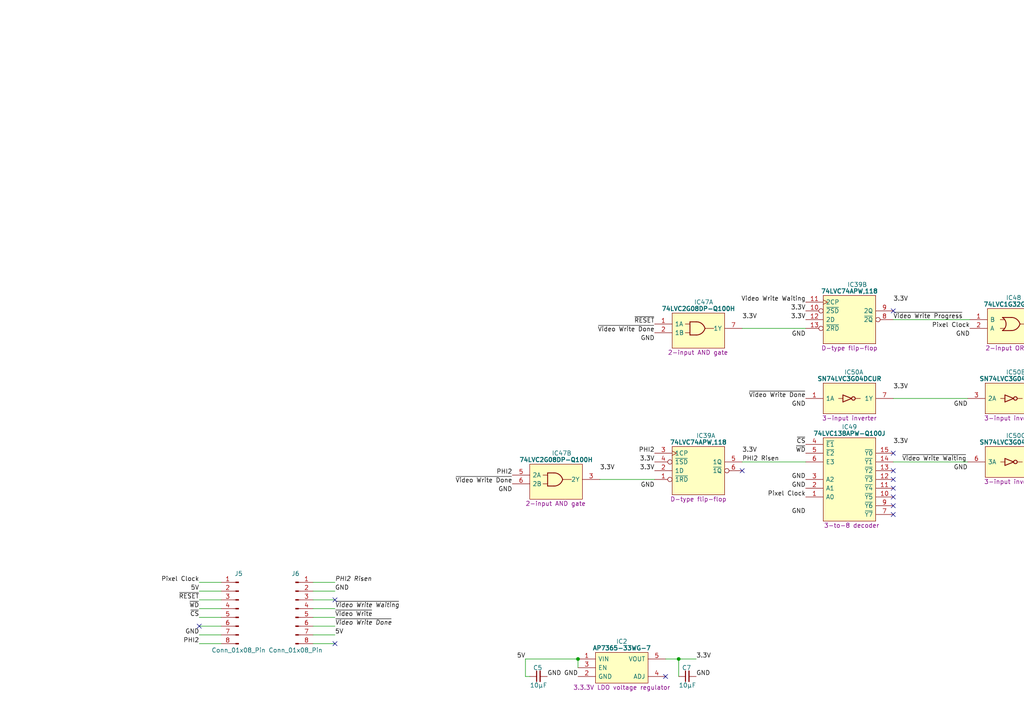
<source format=kicad_sch>
(kicad_sch (version 20230121) (generator eeschema)
  (paper "A4")
  (lib_symbols
    (symbol "Connector:Conn_01x08_Pin" (pin_names (offset 1.016) hide)
      (property "Reference" "J" (at 0 10.16 0))
      (property "Value" "Conn_01x08_Pin" (at 0 -12.7 0))
      (symbol "Conn_01x08_Pin_1_1"
        (polyline (pts (xy 1.27 -10.16) (xy 0.8636 -10.16)) (stroke (width 0.1524)))
        (polyline (pts (xy 1.27 -7.62) (xy 0.8636 -7.62)) (stroke (width 0.1524)))
        (polyline (pts (xy 1.27 -5.08) (xy 0.8636 -5.08)) (stroke (width 0.1524)))
        (polyline (pts (xy 1.27 -2.54) (xy 0.8636 -2.54)) (stroke (width 0.1524)))
        (polyline (pts (xy 1.27 0) (xy 0.8636 0)) (stroke (width 0.1524)))
        (polyline (pts (xy 1.27 2.54) (xy 0.8636 2.54)) (stroke (width 0.1524)))
        (polyline (pts (xy 1.27 5.08) (xy 0.8636 5.08)) (stroke (width 0.1524)))
        (polyline (pts (xy 1.27 7.62) (xy 0.8636 7.62)) (stroke (width 0.1524)))
        (rectangle (start 0.8636 -10.033) (end 0 -10.287) (stroke (width 0.1524)) (fill (type outline)))
        (rectangle (start 0.8636 -7.493) (end 0 -7.747) (stroke (width 0.1524)) (fill (type outline)))
        (rectangle (start 0.8636 -4.953) (end 0 -5.207) (stroke (width 0.1524)) (fill (type outline)))
        (rectangle (start 0.8636 -2.413) (end 0 -2.667) (stroke (width 0.1524)) (fill (type outline)))
        (rectangle (start 0.8636 0.127) (end 0 -0.127) (stroke (width 0.1524)) (fill (type outline)))
        (rectangle (start 0.8636 2.667) (end 0 2.413) (stroke (width 0.1524)) (fill (type outline)))
        (rectangle (start 0.8636 5.207) (end 0 4.953) (stroke (width 0.1524)) (fill (type outline)))
        (rectangle (start 0.8636 7.747) (end 0 7.493) (stroke (width 0.1524)) (fill (type outline)))
        (pin passive line (at 5.08 7.62 180) (length 3.81) (name "Pin_1") (number "1"))
        (pin passive line (at 5.08 5.08 180) (length 3.81) (name "Pin_2") (number "2"))
        (pin passive line (at 5.08 2.54 180) (length 3.81) (name "Pin_3") (number "3"))
        (pin passive line (at 5.08 0 180) (length 3.81) (name "Pin_4") (number "4"))
        (pin passive line (at 5.08 -2.54 180) (length 3.81) (name "Pin_5") (number "5"))
        (pin passive line (at 5.08 -5.08 180) (length 3.81) (name "Pin_6") (number "6"))
        (pin passive line (at 5.08 -7.62 180) (length 3.81) (name "Pin_7") (number "7"))
        (pin passive line (at 5.08 -10.16 180) (length 3.81) (name "Pin_8") (number "8"))
      )
    )
    (symbol "Diodes_Inc:AP7365-33WG-7" (pin_names (offset 0.762))
      (property "Reference" "IC" (at 12.7 5.08 0))
      (property "Value" "AP7365-33WG-7" (at 12.7 3.175 0))
      (property "Description" "3.3V LDO voltage regulator" (at 12.7 -8.255 0))
      (symbol "AP7365-33WG-7_0_0"
        (pin passive line (at 0 0 0) (length 5.08) (name "VIN") (number "1"))
        (pin passive line (at 0 -5.08 0) (length 5.08) (name "GND") (number "2"))
        (pin input line (at 0 -2.54 0) (length 5.08) (name "EN") (number "3"))
        (pin passive line (at 25.4 -5.08 180) (length 5.08) (name "ADJ") (number "4"))
        (pin passive line (at 25.4 0 180) (length 5.08) (name "VOUT") (number "5"))
      )
      (symbol "AP7365-33WG-7_0_1"
        (polyline (pts (xy 5.08 1.905) (xy 20.32 1.905) (xy 20.32 -6.985) (xy 5.08 -6.985) (xy 5.08 1.905)) (fill (type background)))
      )
    )
    (symbol "HCP65:C_0805" (pin_numbers hide) (pin_names (offset 0.254) hide)
      (property "Reference" "C" (at 2.286 2.54 0))
      (property "Description" "?μF" (at 2.54 -2.54 0))
      (symbol "C_0805_0_1"
        (polyline (pts (xy 1.9685 -1.4605) (xy 1.9685 1.5875)) (stroke (width 0.3048)))
        (polyline (pts (xy 2.9845 -1.4605) (xy 2.9845 1.5875)) (stroke (width 0.3302)))
      )
      (symbol "C_0805_1_1"
        (pin passive line (at 0 0 0) (length 2.032) (name "~") (number "1"))
        (pin passive line (at 5.08 0 180) (length 2.032) (name "~") (number "2"))
      )
    )
    (symbol "Nexperia:74LVC138APW-Q100J" (pin_names (offset 0.762))
      (property "Reference" "IC" (at 12.7 3.175 0))
      (property "Value" "74LVC138APW-Q100J" (at 12.7 1.27 0))
      (property "Description" "3-to-8 decoder" (at 13.335 -25.4 0))
      (symbol "74LVC138APW-Q100J_0_0"
        (pin input line (at 0 -17.145 0) (length 5.08) (name "A0") (number "1"))
        (pin output line (at 25.4 -17.145 180) (length 5.08) (name "~{Y5}") (number "10"))
        (pin output line (at 25.4 -14.605 180) (length 5.08) (name "~{Y4}") (number "11"))
        (pin output line (at 25.4 -12.065 180) (length 5.08) (name "~{Y3}") (number "12"))
        (pin output line (at 25.4 -9.525 180) (length 5.08) (name "~{Y2}") (number "13"))
        (pin output line (at 25.4 -6.985 180) (length 5.08) (name "~{Y1}") (number "14"))
        (pin output line (at 25.4 -4.445 180) (length 5.08) (name "~{Y0}") (number "15"))
        (pin passive line (at 25.4 -1.905 180) (length 5.08) hide (name "3V") (number "16"))
        (pin input line (at 0 -14.605 0) (length 5.08) (name "A1") (number "2"))
        (pin input line (at 0 -12.065 0) (length 5.08) (name "A2") (number "3"))
        (pin input line (at 0 -1.905 0) (length 5.08) (name "~{E1}") (number "4"))
        (pin input line (at 0 -4.445 0) (length 5.08) (name "~{E2}") (number "5"))
        (pin input line (at 0 -6.985 0) (length 5.08) (name "E3") (number "6"))
        (pin output line (at 25.4 -22.225 180) (length 5.08) (name "~{Y7}") (number "7"))
        (pin passive line (at 0 -22.225 0) (length 5.08) hide (name "GND") (number "8"))
        (pin output line (at 25.4 -19.685 180) (length 5.08) (name "~{Y6}") (number "9"))
      )
      (symbol "74LVC138APW-Q100J_0_1"
        (polyline (pts (xy 5.08 0) (xy 20.32 0) (xy 20.32 -24.13) (xy 5.08 -24.13) (xy 5.08 0)) (stroke (width 0.1524)) (fill (type background)))
      )
    )
    (symbol "Nexperia:74LVC1G32GV,125" (pin_names (offset 0.762))
      (property "Reference" "IC" (at 12.7 6.35 0))
      (property "Value" "74LVC1G32GV,125" (at 12.7 4.445 0))
      (property "Description" "2-input OR gate" (at 12.7 -8.255 0))
      (symbol "74LVC1G32GV,125_0_0"
        (pin input line (at 0 0 0) (length 5.08) (name "B") (number "1"))
        (pin input line (at 0 -2.54 0) (length 5.08) (name "A") (number "2"))
        (pin passive line (at 0 -5.08 0) (length 5.08) hide (name "GND") (number "3"))
        (pin output line (at 25.4 -1.27 180) (length 5.08) (name "Y") (number "4"))
        (pin passive line (at 25.4 1.27 180) (length 5.08) hide (name "3V") (number "5"))
      )
      (symbol "74LVC1G32GV,125_0_1"
        (polyline (pts (xy 8.802 -2.54) (xy 10.0719 -2.54)))
        (polyline (pts (xy 8.802 0) (xy 10.0719 0)))
        (polyline (pts (xy 11.977 -3.175) (xy 9.437 -3.175)) (stroke (width 0.254)) (fill (type background)))
        (polyline (pts (xy 11.977 0.635) (xy 9.437 0.635)) (stroke (width 0.254)) (fill (type background)))
        (polyline (pts (xy 14.605 -1.27) (xy 16.51 -1.27)))
        (polyline (pts (xy 5.08 3.175) (xy 20.32 3.175) (xy 20.32 -6.985) (xy 5.08 -6.985) (xy 5.08 3.175)) (stroke (width 0.1524)) (fill (type background)))
        (arc (start 9.437 -3.175) (mid 10.4969 -1.27) (end 9.437 0.635) (stroke (width 0.254)))
        (arc (start 11.977 -3.175) (mid 13.5751 -2.6601) (end 14.517 -1.27) (stroke (width 0.254)))
        (arc (start 14.517 -1.27) (mid 13.5761 0.1213) (end 11.977 0.635) (stroke (width 0.254)))
      )
    )
    (symbol "Nexperia:74LVC2G08DP-Q100H_Multi" (pin_names (offset 0.762))
      (property "Reference" "IC" (at 11.43 6.35 0))
      (property "Value" "74LVC2G08DP-Q100H" (at 12.7 4.445 0))
      (property "Description" "2-input AND gate" (at 3.81 -8.255 0))
      (symbol "74LVC2G08DP-Q100H_Multi_0_0"
        (pin passive line (at 0 -5.08 0) (length 5.08) hide (name "GND") (number "4"))
        (pin passive line (at 25.4 1.27 180) (length 5.08) hide (name "3V") (number "8"))
      )
      (symbol "74LVC2G08DP-Q100H_Multi_0_1"
        (polyline (pts (xy 8.89 -2.54) (xy 10.1599 -2.54)))
        (polyline (pts (xy 8.89 0) (xy 10.1599 0)))
        (polyline (pts (xy 10.248 0.635) (xy 10.248 -3.175)) (stroke (width 0.254)) (fill (type background)))
        (polyline (pts (xy 12.065 -3.175) (xy 10.248 -3.175)) (stroke (width 0.254)) (fill (type background)))
        (polyline (pts (xy 12.065 0.635) (xy 10.248 0.635)) (stroke (width 0.254)) (fill (type background)))
        (polyline (pts (xy 14.605 -1.27) (xy 17.145 -1.27)))
        (polyline (pts (xy 5.08 3.175) (xy 20.32 3.175) (xy 20.32 -6.985) (xy 5.08 -6.985) (xy 5.08 3.175)) (stroke (width 0.1524)) (fill (type background)))
        (arc (start 12.065 -3.175) (mid 13.6634 -2.6604) (end 14.605 -1.27) (stroke (width 0.254)))
        (arc (start 14.605 -1.27) (mid 13.6646 0.122) (end 12.065 0.635) (stroke (width 0.254)))
      )
      (symbol "74LVC2G08DP-Q100H_Multi_1_0"
        (pin input line (at 0 0 0) (length 5.08) (name "1A") (number "1"))
        (pin input line (at 0 -2.54 0) (length 5.08) (name "1B") (number "2"))
        (pin output line (at 25.4 -1.27 180) (length 5.08) (name "1Y") (number "7"))
      )
      (symbol "74LVC2G08DP-Q100H_Multi_2_0"
        (pin output line (at 25.4 -1.27 180) (length 5.08) (name "2Y") (number "3"))
        (pin input line (at 0 0 0) (length 5.08) (name "2A") (number "5"))
        (pin input line (at 0 -2.54 0) (length 5.08) (name "2B") (number "6"))
      )
    )
    (symbol "Nexperia:74LVC74APW,118_Multi" (pin_names (offset 0.762))
      (property "Reference" "IC" (at 12.065 5.08 0))
      (property "Value" "74LVC74APW,118" (at 12.7 3.175 0))
      (property "Description" "D-type flip-flop" (at 12.7 -13.335 0))
      (symbol "74LVC74APW,118_Multi_0_0"
        (pin passive line (at 25.4 0 180) (length 5.08) hide (name "3V") (number "14"))
        (pin passive line (at 0 -10.16 0) (length 5.08) hide (name "GND") (number "7"))
      )
      (symbol "74LVC74APW,118_Multi_0_1"
        (polyline (pts (xy 5.08 1.905) (xy 20.32 1.905) (xy 20.32 -12.065) (xy 5.08 -12.065) (xy 5.08 1.905)) (stroke (width 0.1524)) (fill (type background)))
      )
      (symbol "74LVC74APW,118_Multi_1_0"
        (pin input inverted (at 0 -7.62 0) (length 5.08) (name "~{1RD}") (number "1"))
        (pin input line (at 0 -5.08 0) (length 5.08) (name "1D") (number "2"))
        (pin input clock (at 0 0 0) (length 5.08) (name "1CP") (number "3"))
        (pin input inverted (at 0 -2.54 0) (length 5.08) (name "~{1SD}") (number "4"))
        (pin output line (at 25.4 -2.54 180) (length 5.08) (name "1Q") (number "5"))
        (pin output inverted (at 25.4 -5.08 180) (length 5.08) (name "~{1Q}") (number "6"))
      )
      (symbol "74LVC74APW,118_Multi_2_0"
        (pin input inverted (at 0 -2.54 0) (length 5.08) (name "~{2SD}") (number "10"))
        (pin input clock (at 0 0 0) (length 5.08) (name "2CP") (number "11"))
        (pin input line (at 0 -5.08 0) (length 5.08) (name "2D") (number "12"))
        (pin input inverted (at 0 -7.62 0) (length 5.08) (name "~{2RD}") (number "13"))
        (pin output inverted (at 25.4 -5.08 180) (length 5.08) (name "~{2Q}") (number "8"))
        (pin output line (at 25.4 -2.54 180) (length 5.08) (name "2Q") (number "9"))
      )
    )
    (symbol "Texas_Instruments:SN74LVC3G04DCUR_Multi" (pin_names (offset 0.762))
      (property "Reference" "IC" (at 13.97 7.62 0))
      (property "Value" "SN74LVC3G04DCUR" (at 12.7 5.715 0))
      (property "Description" "3-input inverter" (at 12.7 -5.715 0))
      (symbol "SN74LVC3G04DCUR_Multi_0_0"
        (pin passive line (at 0 -2.54 0) (length 5.08) hide (name "GND") (number "4"))
        (pin passive line (at 25.4 2.54 180) (length 5.08) hide (name "3V") (number "8"))
      )
      (symbol "SN74LVC3G04DCUR_Multi_0_1"
        (polyline (pts (xy 9.525 0) (xy 10.7949 0)))
        (polyline (pts (xy 14.351 0) (xy 15.875 0)))
        (polyline (pts (xy 10.795 -1.016) (xy 13.335 0) (xy 10.795 1.016)) (stroke (width 0.254)))
        (polyline (pts (xy 5.08 4.445) (xy 20.32 4.445) (xy 20.32 -4.445) (xy 5.08 -4.445) (xy 5.08 4.445)) (stroke (width 0.1524)) (fill (type background)))
        (rectangle (start 10.795 1.016) (end 10.795 -1.016) (stroke (width 0.254)) (fill (type background)))
        (circle (center 13.843 0) (radius 0.508) (stroke (width 0.254)))
      )
      (symbol "SN74LVC3G04DCUR_Multi_1_0"
        (pin input line (at 0 0 0) (length 5.08) (name "1A") (number "1"))
        (pin input line (at 25.4 0 180) (length 5.08) (name "1Y") (number "7"))
      )
      (symbol "SN74LVC3G04DCUR_Multi_2_0"
        (pin input line (at 0 0 0) (length 5.08) (name "2A") (number "3"))
        (pin output line (at 25.4 0 180) (length 5.08) (name "2Y") (number "5"))
      )
      (symbol "SN74LVC3G04DCUR_Multi_3_0"
        (pin output line (at 25.4 0 180) (length 5.08) (name "3Y") (number "2"))
        (pin input line (at 0 0 0) (length 5.08) (name "3A") (number "6"))
      )
    )
  )
  (junction (at 196.85 191.135))
  (junction (at 167.64 191.135))
  (no_connect (at 259.08 139.065))
  (no_connect (at 259.08 144.145))
  (no_connect (at 215.265 136.525))
  (no_connect (at 259.08 141.605))
  (no_connect (at 259.08 90.17))
  (no_connect (at 348.615 96.52))
  (no_connect (at 193.04 196.215))
  (no_connect (at 57.785 181.61))
  (no_connect (at 259.08 149.225))
  (no_connect (at 352.425 189.865))
  (no_connect (at 259.08 131.445))
  (no_connect (at 352.425 192.405))
  (no_connect (at 259.08 136.525))
  (no_connect (at 259.08 146.685))
  (no_connect (at 97.155 173.99))
  (no_connect (at 97.155 186.69))
  (wire (pts (xy 152.4 191.135) (xy 167.64 191.135)))
  (wire (pts (xy 215.265 95.25) (xy 233.68 95.25)))
  (wire (pts (xy 306.705 93.98) (xy 323.215 93.98)))
  (wire (pts (xy 152.4 196.215) (xy 153.67 196.215)))
  (wire (pts (xy 57.785 181.61) (xy 64.135 181.61)))
  (wire (pts (xy 90.805 181.61) (xy 97.155 181.61)))
  (wire (pts (xy 259.08 133.985) (xy 280.67 133.985)))
  (wire (pts (xy 196.85 191.135) (xy 201.93 191.135)))
  (wire (pts (xy 323.215 101.6) (xy 313.69 101.6)))
  (wire (pts (xy 280.67 115.57) (xy 259.08 115.57)))
  (wire (pts (xy 173.99 139.065) (xy 189.865 139.065)))
  (wire (pts (xy 215.265 133.985) (xy 233.68 133.985)))
  (wire (pts (xy 313.69 101.6) (xy 313.69 115.57)))
  (wire (pts (xy 152.4 191.135) (xy 152.4 196.215)))
  (wire (pts (xy 193.04 191.135) (xy 196.85 191.135)))
  (wire (pts (xy 57.785 168.91) (xy 64.135 168.91)))
  (wire (pts (xy 57.785 171.45) (xy 64.135 171.45)))
  (wire (pts (xy 167.64 191.135) (xy 167.64 193.675)))
  (wire (pts (xy 90.805 186.69) (xy 97.155 186.69)))
  (wire (pts (xy 57.785 186.69) (xy 64.135 186.69)))
  (wire (pts (xy 57.785 179.07) (xy 64.135 179.07)))
  (wire (pts (xy 57.785 173.99) (xy 64.135 173.99)))
  (wire (pts (xy 90.805 171.45) (xy 97.155 171.45)))
  (wire (pts (xy 57.785 176.53) (xy 64.135 176.53)))
  (wire (pts (xy 90.805 179.07) (xy 97.155 179.07)))
  (wire (pts (xy 90.805 176.53) (xy 97.155 176.53)))
  (wire (pts (xy 90.805 168.91) (xy 97.155 168.91)))
  (wire (pts (xy 90.805 173.99) (xy 97.155 173.99)))
  (wire (pts (xy 90.805 184.15) (xy 97.155 184.15)))
  (wire (pts (xy 259.08 92.71) (xy 281.305 92.71)))
  (wire (pts (xy 196.85 196.215) (xy 196.85 191.135)))
  (wire (pts (xy 57.785 184.15) (xy 64.135 184.15)))
  (wire (pts (xy 313.69 115.57) (xy 306.07 115.57)))
  (label "~{Video Write Done}" (at 148.59 140.335 180))
  (label "Pixel Clock" (at 281.305 95.25 180))
  (label "GND" (at 233.68 139.065 180))
  (label "3.3V" (at 268.605 220.345 180))
  (label "GND" (at 148.59 142.875 180))
  (label "3.3V" (at 215.265 131.445 0))
  (label "~{WD}" (at 57.785 176.53 180))
  (label "5V" (at 97.155 184.15 0))
  (label "PHI2 Risen" (at 215.265 133.985 0))
  (label "~{WD}" (at 233.68 131.445 180))
  (label "GND" (at 281.305 97.79 180))
  (label "GND" (at 233.68 118.11 180))
  (label "3.3V" (at 252.73 229.235 180))
  (label "GND" (at 327.025 197.485 180))
  (label "3.3V" (at 189.865 133.985 180))
  (label "5V" (at 57.785 171.45 180))
  (label "GND" (at 273.685 220.345 0))
  (label "~{RESET}" (at 57.785 173.99 180))
  (label "3.3V" (at 306.07 131.445 0))
  (label "GND" (at 257.81 220.345 0))
  (label "3.3V" (at 201.93 191.135 0))
  (label "3.3V" (at 284.48 220.345 180))
  (label "3.3V" (at 284.48 229.235 180))
  (label "3.3V" (at 348.615 93.98 0))
  (label "GND" (at 167.64 196.215 180))
  (label "Video Write Waiting" (at 306.07 133.985 0))
  (label "~{Video Write}" (at 306.705 93.98 0))
  (label "3.3V" (at 189.865 136.525 180))
  (label "~{CS}" (at 57.785 179.07 180))
  (label "GND" (at 201.93 196.215 0))
  (label "~{Video Write Waiting}" (at 97.155 176.53 0) (effects (font italic)))
  (label "GND" (at 97.155 171.45 0))
  (label "3.3V" (at 268.605 229.235 180))
  (label "3.3V" (at 215.265 92.71 0))
  (label "PHI2" (at 189.865 131.445 180))
  (label "3.3V" (at 173.99 136.525 0))
  (label "~{Video Write}" (at 97.155 179.07 0))
  (label "3.3V" (at 306.705 91.44 0))
  (label "~{Video Write Done}" (at 348.615 99.06 0))
  (label "GND" (at 289.56 220.345 0))
  (label "3.3V" (at 259.08 128.905 0))
  (label "~{Video Write Waiting}" (at 261.62 133.985 0))
  (label "3.3V" (at 327.025 189.865 180))
  (label "GND" (at 189.865 141.605 180))
  (label "3.3V" (at 259.08 87.63 0))
  (label "Pixel Clock" (at 233.68 144.145 180))
  (label "3.3V" (at 233.68 92.71 180))
  (label "GND" (at 327.025 187.325 180))
  (label "GND" (at 257.81 229.235 0))
  (label "GND" (at 327.025 192.405 180))
  (label "GND" (at 233.68 141.605 180))
  (label "3.3V" (at 352.425 187.325 0))
  (label "3.3V" (at 323.215 96.52 180))
  (label "GND" (at 233.68 97.79 180))
  (label "GND" (at 57.785 184.15 180))
  (label "~{Video Write Progress}" (at 259.08 92.71 0))
  (label "5V" (at 152.4 191.135 180))
  (label "GND" (at 158.75 196.215 0))
  (label "PHI2 Risen" (at 97.155 168.91 0) (effects (font italic)))
  (label "3.3V" (at 259.08 113.03 0))
  (label "Video Write Waiting" (at 233.68 87.63 180))
  (label "3.3V" (at 252.73 220.345 180))
  (label "GND" (at 280.67 136.525 180))
  (label "3.3V" (at 323.215 99.06 180))
  (label "~{Video Write Done}" (at 233.68 115.57 180))
  (label "GND" (at 323.215 104.14 180))
  (label "3.3V" (at 306.07 113.03 0))
  (label "Pixel Clock" (at 57.785 168.91 180))
  (label "~{Video Write Done}" (at 189.865 96.52 180))
  (label "GND" (at 189.865 99.06 180))
  (label "3.3V" (at 233.68 90.17 180))
  (label "~{CS}" (at 233.68 128.905 180))
  (label "GND" (at 327.025 194.945 180))
  (label "GND" (at 233.68 149.225 180))
  (label "GND" (at 273.685 229.235 0))
  (label "~{Video Write Done}" (at 97.155 181.61 0) (effects (font italic)))
  (label "GND" (at 280.67 118.11 180))
  (label "~{RESET}" (at 189.865 93.98 180))
  (label "GND" (at 289.56 229.235 0))
  (label "PHI2" (at 148.59 137.795 180))
  (label "PHI2" (at 57.785 186.69 180))
  (symbol (lib_id "Nexperia:74LVC1G32GV,125") (at 281.305 92.71 0) (unit 1)
    (property "Reference" "IC48" (at 294.005 86.36 0))
    (property "Value" "74LVC1G32GV,125" (at 294.005 88.265 0) (effects (font bold)))
    (property "Footprint" "SOT95P275X110-5N" (effects hide))
    (property "Datasheet" "https://assets.nexperia.com/documents/data-sheet/74LVC1G32.pdf" (effects hide))
    (property "Description" "2-input OR gate" (at 294.005 100.965 0))
    (property "Height" "1.1" (effects hide))
    (property "Manufacturer_Name" "Nexperia" (effects hide))
    (property "Manufacturer_Part_Number" "74LVC1G32GV,125" (effects hide))
    (property "Mouser Part Number" "771-LVC1G32GV125" (effects hide))
    (property "Mouser Price/Stock" "https://www.mouser.co.uk/ProductDetail/Nexperia/74LVC1G32GV125?qs=me8TqzrmIYXExQH4V9SARg%3D%3D" (effects hide))
    (property "Silkscreen" "'1G32" (effects hide))
  )
  (symbol (lib_id "Nexperia:74LVC2G08DP-Q100H_Multi") (at 148.59 137.795 0) (unit 2)
    (property "Reference" "IC47" (at 160.02 131.445 0) (effects (justify left)))
    (property "Value" "74LVC2G08DP-Q100H" (at 161.29 133.35 0) (effects (font bold)))
    (property "Footprint" "SOP65P400X110-8N" (effects hide))
    (property "Datasheet" "https://assets.nexperia.com/documents/data-sheet/74LVC2G08_Q100.pdf" (effects hide))
    (property "Description" "2-input AND gate" (at 152.4 146.05 0) (effects (justify left)))
    (property "Height" "1.1" (effects hide))
    (property "Manufacturer_Name" "Nexperia" (effects hide))
    (property "Manufacturer_Part_Number" "74LVC2G08DP-Q100H" (effects hide))
    (property "Mouser Part Number" "771-74LVC2G08DPQ100H" (effects hide))
    (property "Mouser Price/Stock" "https://www.mouser.co.uk/ProductDetail/Nexperia/74LVC2G08DP-Q100H?qs=fi7yB2oewZnJ07IC2YGuEQ%3D%3D" (effects hide))
    (property "Silkscreen" "'2G08" (effects hide))
  )
  (symbol (lib_id "HCP65:C_0805") (at 268.605 229.235 0) (unit 1)
    (property "Reference" "C23" (at 270.891 226.695 0))
    (property "Value" "1μF" (at 271.145 231.775 0))
    (property "Footprint" "SamacSys_Parts:C_0805" (effects hide))
    (instances (project "Pico Sound" (path "" (reference "C23") (unit 1))) (project "Video 400x600 single" (path "" (reference "C?") (unit 1)) (path "" (reference "C3") (unit 1)) (path "" (reference "C27") (unit 1))))
  )
  (symbol (lib_id "Nexperia:74LVC74APW,118_Multi") (at 233.68 87.63 0) (unit 2)
    (property "Reference" "IC39" (at 245.745 82.55 0) (effects (justify left)))
    (property "Value" "74LVC74APW,118" (at 246.38 84.455 0) (effects (font bold)))
    (property "Footprint" "SOP65P640X110-14N" (effects hide))
    (property "Datasheet" "https://assets.nexperia.com/documents/data-sheet/74LVC74A.pdf" (effects hide))
    (property "Description" "D-type flip-flop" (at 246.38 100.965 0))
    (property "Height" "1.1" (effects hide))
    (property "Mouser Part Number" "771-74LVC74APW-T" (effects hide))
    (property "Mouser Price/Stock" "https://www.mouser.co.uk/ProductDetail/Nexperia/74LVC74APW118?qs=me8TqzrmIYVtXwVfet0lzw%3D%3D" (effects hide))
    (property "Manufacturer_Name" "Nexperia" (effects hide))
    (property "Manufacturer_Part_Number" "74LVC74APW,118" (effects hide))
    (property "Silkscreen" "74LVC74APW" (effects hide))
  )
  (symbol (lib_id "Texas_Instruments:SN74LVC3G04DCUR_Multi") (at 233.68 115.57 0) (unit 1)
    (property "Reference" "IC50" (at 247.65 107.95 0))
    (property "Value" "SN74LVC3G04DCUR" (at 246.38 109.855 0) (effects (font bold)))
    (property "Footprint" "SOP50P310X90-8N" (effects hide))
    (property "Datasheet" "http://www.ti.com/lit/gpn/sn74lvc3g04" (effects hide))
    (property "Description" "3-input inverter" (at 246.38 121.285 0))
    (property "Height" "0.9" (effects hide))
    (property "Manufacturer_Name" "Texas Instruments" (effects hide))
    (property "Manufacturer_Part_Number" "SN74LVC3G04DCUR" (effects hide))
    (property "Mouser Part Number" "595-SN74LVC3G04DCUR" (effects hide))
    (property "Mouser Price/Stock" "https://www.mouser.co.uk/ProductDetail/Texas-Instruments/SN74LVC3G04DCUR?qs=vxEfx8VrU7ChLh1GswJlmg%3D%3D" (effects hide))
    (property "Silkscreen" "'3G04" (effects hide))
  )
  (symbol (lib_id "Nexperia:74LVC74APW,118_Multi") (at 323.215 93.98 0) (unit 1)
    (property "Reference" "IC43" (at 335.28 88.9 0) (effects (justify left)))
    (property "Value" "74LVC74APW,118" (at 335.915 90.805 0) (effects (font bold)))
    (property "Footprint" "SOP65P640X110-14N" (effects hide))
    (property "Datasheet" "https://assets.nexperia.com/documents/data-sheet/74LVC74A.pdf" (effects hide))
    (property "Description" "D-type flip-flop" (at 335.915 107.315 0))
    (property "Height" "1.1" (effects hide))
    (property "Mouser Part Number" "771-74LVC74APW-T" (effects hide))
    (property "Mouser Price/Stock" "https://www.mouser.co.uk/ProductDetail/Nexperia/74LVC74APW118?qs=me8TqzrmIYVtXwVfet0lzw%3D%3D" (effects hide))
    (property "Manufacturer_Name" "Nexperia" (effects hide))
    (property "Manufacturer_Part_Number" "74LVC74APW,118" (effects hide))
    (property "Silkscreen" "74LVC74APW" (effects hide))
  )
  (symbol (lib_id "Nexperia:74LVC2G08DP-Q100H_Multi") (at 189.865 93.98 0) (unit 1)
    (property "Reference" "IC47" (at 201.295 87.63 0) (effects (justify left)))
    (property "Value" "74LVC2G08DP-Q100H" (at 202.565 89.535 0) (effects (font bold)))
    (property "Footprint" "SOP65P400X110-8N" (effects hide))
    (property "Datasheet" "https://assets.nexperia.com/documents/data-sheet/74LVC2G08_Q100.pdf" (effects hide))
    (property "Description" "2-input AND gate" (at 193.675 102.235 0) (effects (justify left)))
    (property "Height" "1.1" (effects hide))
    (property "Manufacturer_Name" "Nexperia" (effects hide))
    (property "Manufacturer_Part_Number" "74LVC2G08DP-Q100H" (effects hide))
    (property "Mouser Part Number" "771-74LVC2G08DPQ100H" (effects hide))
    (property "Mouser Price/Stock" "https://www.mouser.co.uk/ProductDetail/Nexperia/74LVC2G08DP-Q100H?qs=fi7yB2oewZnJ07IC2YGuEQ%3D%3D" (effects hide))
    (property "Silkscreen" "'2G08" (effects hide))
  )
  (symbol (lib_id "HCP65:C_0805") (at 252.73 229.235 0) (unit 1)
    (property "Reference" "C23" (at 255.016 226.695 0))
    (property "Value" "1μF" (at 255.27 231.775 0))
    (property "Footprint" "SamacSys_Parts:C_0805" (effects hide))
    (instances (project "Pico Sound" (path "" (reference "C23") (unit 1))) (project "Video 400x600 single" (path "" (reference "C?") (unit 1)) (path "" (reference "C3") (unit 1)) (path "" (reference "C26") (unit 1))))
  )
  (symbol (lib_id "HCP65:C_0805") (at 153.67 196.215 0) (unit 1)
    (property "Reference" "C5" (at 155.956 193.675 0))
    (property "Value" "10µF" (at 153.67 198.755 0) (effects (justify left)))
    (property "Footprint" "SamacSys_Parts:C_0805" (effects hide))
    (instances (project "Pico Sound" (path "" (reference "C5") (unit 1))) (project "Video 400x600 single" (path "" (reference "C?") (unit 1)) (path "" (reference "C1") (unit 1)) (path "" (reference "C21") (unit 1))))
  )
  (symbol (lib_id "Diodes_Inc:AP7365-33WG-7") (at 167.64 191.135 0) (unit 1)
    (property "Reference" "IC2" (at 180.34 186.055 0))
    (property "Value" "AP7365-33WG-7" (at 180.34 187.96 0) (effects (font bold)))
    (property "Footprint" "SOT95P285X130-5N" (effects hide))
    (property "Datasheet" "https://componentsearchengine.com/Datasheets/1/AP7365-33WG-7.pdf" (effects hide))
    (property "Description" "3.3.3V LDO voltage regulator" (at 180.34 199.39 0))
    (property "Height" "1.3" (effects hide))
    (property "Manufacturer_Name" "Diodes Inc." (effects hide))
    (property "Manufacturer_Part_Number" "AP7365-33WG-7" (effects hide))
    (property "Mouser Part Number" "621-AP7365-33WG-7" (effects hide))
    (property "Mouser Price/Stock" "https://www.mouser.co.uk/ProductDetail/Diodes-Incorporated/AP7365-33WG-7?qs=abZ1nkZpTuOZFvxvoFPL0w%3D%3D" (effects hide))
    (property "Arrow Part Number" "AP7365-33WG-7" (effects hide))
    (property "Arrow Price/Stock" "https://www.arrow.com/en/products/ap7365-33wg-7/diodes-incorporated?region=nac" (effects hide))
    (property "Silkscreen" "AP7365" (effects hide))
    (instances (project "Pico Sound" (path "" (reference "IC2") (unit 1))) (project "Video 400x600 single" (path "" (reference "IC?") (unit 1)) (path "" (reference "IC8") (unit 1)) (path "" (reference "IC46") (unit 1))))
  )
  (symbol (lib_id "Nexperia:74LVC74APW,118_Multi") (at 189.865 131.445 0) (unit 1)
    (property "Reference" "IC39" (at 201.93 126.365 0) (effects (justify left)))
    (property "Value" "74LVC74APW,118" (at 202.565 128.27 0) (effects (font bold)))
    (property "Footprint" "SOP65P640X110-14N" (effects hide))
    (property "Datasheet" "https://assets.nexperia.com/documents/data-sheet/74LVC74A.pdf" (effects hide))
    (property "Description" "D-type flip-flop" (at 202.565 144.78 0))
    (property "Height" "1.1" (effects hide))
    (property "Mouser Part Number" "771-74LVC74APW-T" (effects hide))
    (property "Mouser Price/Stock" "https://www.mouser.co.uk/ProductDetail/Nexperia/74LVC74APW118?qs=me8TqzrmIYVtXwVfet0lzw%3D%3D" (effects hide))
    (property "Manufacturer_Name" "Nexperia" (effects hide))
    (property "Manufacturer_Part_Number" "74LVC74APW,118" (effects hide))
    (property "Silkscreen" "74LVC74APW" (effects hide))
  )
  (symbol (lib_id "Texas_Instruments:SN74LVC3G04DCUR_Multi") (at 280.67 133.985 0) (unit 3)
    (property "Reference" "IC50" (at 294.64 126.365 0))
    (property "Value" "SN74LVC3G04DCUR" (at 293.37 128.27 0) (effects (font bold)))
    (property "Footprint" "SOP50P310X90-8N" (effects hide))
    (property "Datasheet" "http://www.ti.com/lit/gpn/sn74lvc3g04" (effects hide))
    (property "Description" "3-input inverter" (at 293.37 139.7 0))
    (property "Height" "0.9" (effects hide))
    (property "Manufacturer_Name" "Texas Instruments" (effects hide))
    (property "Manufacturer_Part_Number" "SN74LVC3G04DCUR" (effects hide))
    (property "Mouser Part Number" "595-SN74LVC3G04DCUR" (effects hide))
    (property "Mouser Price/Stock" "https://www.mouser.co.uk/ProductDetail/Texas-Instruments/SN74LVC3G04DCUR?qs=vxEfx8VrU7ChLh1GswJlmg%3D%3D" (effects hide))
    (property "Silkscreen" "'3G04" (effects hide))
  )
  (symbol (lib_id "HCP65:C_0805") (at 252.73 220.345 0) (unit 1)
    (property "Reference" "C23" (at 255.016 217.805 0))
    (property "Value" "1μF" (at 255.27 222.885 0))
    (property "Footprint" "SamacSys_Parts:C_0805" (effects hide))
    (instances (project "Pico Sound" (path "" (reference "C23") (unit 1))) (project "Video 400x600 single" (path "" (reference "C?") (unit 1)) (path "" (reference "C3") (unit 1)) (path "" (reference "C23") (unit 1))))
  )
  (symbol (lib_id "Texas_Instruments:SN74LVC3G04DCUR_Multi") (at 280.67 115.57 0) (unit 2)
    (property "Reference" "IC50" (at 294.64 107.95 0))
    (property "Value" "SN74LVC3G04DCUR" (at 293.37 109.855 0) (effects (font bold)))
    (property "Footprint" "SOP50P310X90-8N" (effects hide))
    (property "Datasheet" "http://www.ti.com/lit/gpn/sn74lvc3g04" (effects hide))
    (property "Description" "3-input inverter" (at 293.37 121.285 0))
    (property "Height" "0.9" (effects hide))
    (property "Manufacturer_Name" "Texas Instruments" (effects hide))
    (property "Manufacturer_Part_Number" "SN74LVC3G04DCUR" (effects hide))
    (property "Mouser Part Number" "595-SN74LVC3G04DCUR" (effects hide))
    (property "Mouser Price/Stock" "https://www.mouser.co.uk/ProductDetail/Texas-Instruments/SN74LVC3G04DCUR?qs=vxEfx8VrU7ChLh1GswJlmg%3D%3D" (effects hide))
    (property "Silkscreen" "'3G04" (effects hide))
  )
  (symbol (lib_id "HCP65:C_0805") (at 196.85 196.215 0) (unit 1)
    (property "Reference" "C7" (at 199.136 193.675 0))
    (property "Value" "10µF" (at 196.85 198.755 0) (effects (justify left)))
    (property "Footprint" "SamacSys_Parts:C_0805" (effects hide))
    (instances (project "Pico Sound" (path "" (reference "C7") (unit 1))) (project "Video 400x600 single" (path "" (reference "C?") (unit 1)) (path "" (reference "C2") (unit 1)) (path "" (reference "C22") (unit 1))))
  )
  (symbol (lib_id "Nexperia:74LVC74APW,118_Multi") (at 327.025 187.325 0) (unit 2)
    (property "Reference" "IC43" (at 339.09 182.245 0) (effects (justify left)))
    (property "Value" "74LVC74APW,118" (at 339.725 184.15 0) (effects (font bold)))
    (property "Footprint" "SOP65P640X110-14N" (effects hide))
    (property "Datasheet" "https://assets.nexperia.com/documents/data-sheet/74LVC74A.pdf" (effects hide))
    (property "Description" "D-type flip-flop" (at 339.725 200.66 0))
    (property "Height" "1.1" (effects hide))
    (property "Mouser Part Number" "771-74LVC74APW-T" (effects hide))
    (property "Mouser Price/Stock" "https://www.mouser.co.uk/ProductDetail/Nexperia/74LVC74APW118?qs=me8TqzrmIYVtXwVfet0lzw%3D%3D" (effects hide))
    (property "Manufacturer_Name" "Nexperia" (effects hide))
    (property "Manufacturer_Part_Number" "74LVC74APW,118" (effects hide))
    (property "Silkscreen" "74LVC74APW" (effects hide))
  )
  (symbol (lib_id "Connector:Conn_01x08_Pin") (at 85.725 176.53 0) (unit 1)
    (property "Reference" "J6" (at 85.725 166.37 0))
    (property "Value" "Conn_01x08_Pin" (at 85.725 188.595 0))
    (property "Footprint" "Connector_PinHeader_2.54mm:PinHeader_1x08_P2.54mm_Vertical" (effects hide))
  )
  (symbol (lib_id "HCP65:C_0805") (at 284.48 229.235 0) (unit 1)
    (property "Reference" "C23" (at 286.766 226.695 0))
    (property "Value" "1μF" (at 287.02 231.775 0))
    (property "Footprint" "SamacSys_Parts:C_0805" (effects hide))
    (instances (project "Pico Sound" (path "" (reference "C23") (unit 1))) (project "Video 400x600 single" (path "" (reference "C?") (unit 1)) (path "" (reference "C3") (unit 1)) (path "" (reference "C28") (unit 1))))
  )
  (symbol (lib_id "HCP65:C_0805") (at 268.605 220.345 0) (unit 1)
    (property "Reference" "C23" (at 270.891 217.805 0))
    (property "Value" "1μF" (at 271.145 222.885 0))
    (property "Footprint" "SamacSys_Parts:C_0805" (effects hide))
    (instances (project "Pico Sound" (path "" (reference "C23") (unit 1))) (project "Video 400x600 single" (path "" (reference "C?") (unit 1)) (path "" (reference "C3") (unit 1)) (path "" (reference "C24") (unit 1))))
  )
  (symbol (lib_id "Nexperia:74LVC138APW-Q100J") (at 233.68 127 0) (unit 1)
    (property "Reference" "IC49" (at 246.38 123.825 0))
    (property "Value" "74LVC138APW-Q100J" (at 246.38 125.73 0) (effects (font bold)))
    (property "Footprint" "SOP65P640X110-16N" (effects hide))
    (property "Datasheet" "https://assets.nexperia.com/documents/data-sheet/74LVC138A_Q100.pdf" (effects hide))
    (property "Description" "3-to-8 decoder" (at 247.015 152.4 0))
    (property "Height" "1.1" (effects hide))
    (property "Mouser Part Number" "771-74LVC138APWQ100J" (effects hide))
    (property "Mouser Price/Stock" "https://www.mouser.co.uk/ProductDetail/Nexperia/74LVC138APW-Q100J?qs=fi7yB2oewZnXKE82xo%252BhJQ%3D%3D" (effects hide))
    (property "Manufacturer_Name" "Nexperia" (effects hide))
    (property "Manufacturer_Part_Number" "74LVC138APW-Q100J" (effects hide))
    (property "Silkscreen" "74LVC138APW" (effects hide))
  )
  (symbol (lib_id "Connector:Conn_01x08_Pin") (at 69.215 176.53 0) (mirror y) (unit 1)
    (property "Reference" "J5" (at 69.215 166.37 0))
    (property "Value" "Conn_01x08_Pin" (at 69.215 188.595 0))
    (property "Footprint" "Connector_PinHeader_2.54mm:PinHeader_1x08_P2.54mm_Vertical" (effects hide))
  )
  (symbol (lib_id "HCP65:C_0805") (at 284.48 220.345 0) (unit 1)
    (property "Reference" "C23" (at 286.766 217.805 0))
    (property "Value" "1μF" (at 287.02 222.885 0))
    (property "Footprint" "SamacSys_Parts:C_0805" (effects hide))
    (instances (project "Pico Sound" (path "" (reference "C23") (unit 1))) (project "Video 400x600 single" (path "" (reference "C?") (unit 1)) (path "" (reference "C3") (unit 1)) (path "" (reference "C25") (unit 1))))
  )
)
</source>
